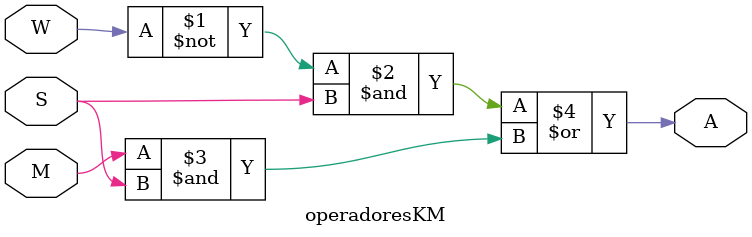
<source format=v>
module gateLevelSOP(input wire W, M, S, output wire A );
  wire SNW, SNM, S1, S2, S3;

  not (SNW, W);
  not (SNM, M);
  and (S1, SNW, SNM, S);
  and (S2, SNW, M, S);
  and (S3, W, M, S);
  or (A, S1, S2, S3);
endmodule

module gateLevelPOS(input wire W, M, S, output wire A );

  wire SNW, SNM, SNS, S1, S2, S3, S4, S5;

  not (SNW, W);
  not (SNM, M);
  not (SNS, S);
  or (S1, W, M, S);
  or (S2, W, SNM, S);
  or (S3, SNW, M, S);
  or (S4, SNW, M, SNS);
  or (S5, SNW, SNM, S);
  and (A, S1, S2, S3, S4, S5);
endmodule

module gateLevelKM(input wire W, M, S, output wire A );

  wire SNW, S1, S2;

  not (SNW, W);
  and (S1, SNW, S);
  and (S2, M, S);
  or (A, S1, S2);
endmodule

module operadoresSOP(input wire W, M, S, output wire A );
  assign A = (~W & ~M & S) | (~W & M & S) | (W & M & S);
endmodule

module operadoresPOS(input wire W, M, S, output wire A);
  assign A = (W | M | S) & (W | ~M | S) & (~W | M | S) & (~W | M | ~S) & (~W | ~M | S);
endmodule

module operadoresKM(input wire W, M, S, output wire A);
  assign A = (~W & S ) | (M & S);
endmodule

</source>
